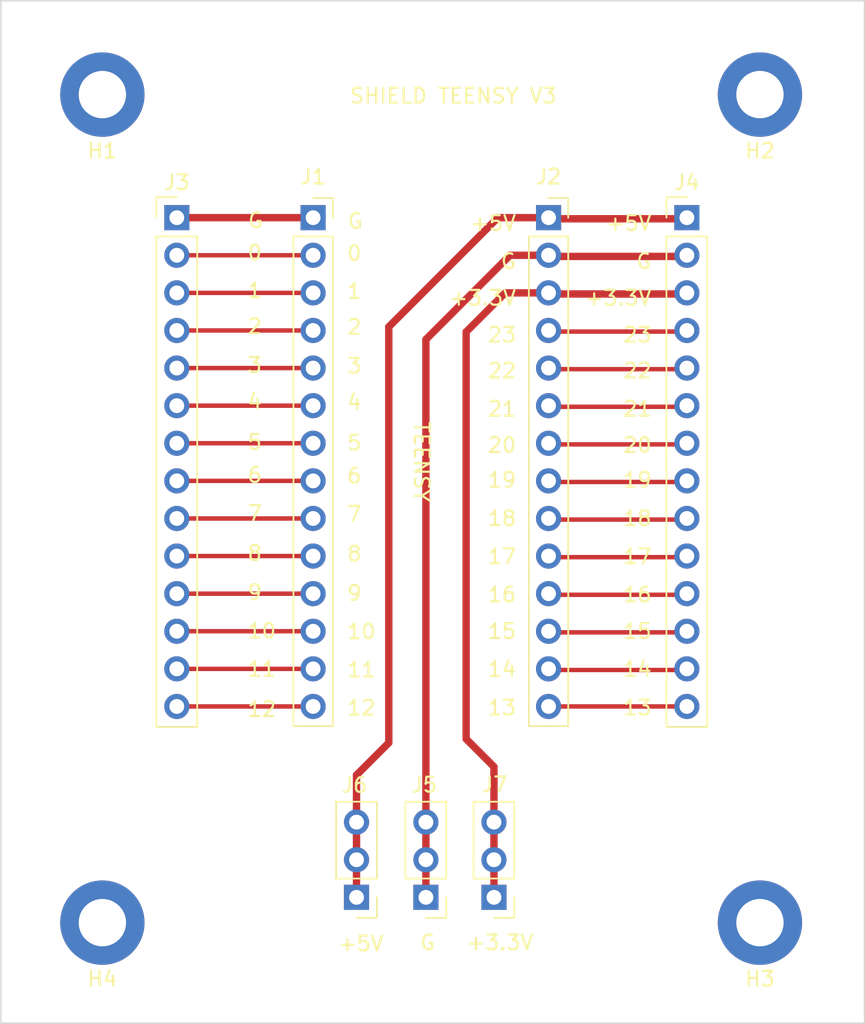
<source format=kicad_pcb>
(kicad_pcb (version 20241229) (generator "pcbnew") (generator_version "9.0")
  (layers (0 "F.Cu" signal) (2 "B.Cu" signal) (13 "F.Paste" user) (15 "B.Paste" user) (5 "F.SilkS" user "F.Silkscreen") (7 "B.SilkS" user "B.Silkscreen") (1 "F.Mask" user) (3 "B.Mask" user) (25 "Edge.Cuts" user))
  (net 0 "")
  (net 1 "GND")
  (net 2 "Net-(J1-Pin_9)")
  (net 3 "Net-(J1-Pin_12)")
  (net 4 "Net-(J1-Pin_6)")
  (net 5 "Net-(J1-Pin_11)")
  (net 6 "Net-(J1-Pin_8)")
  (net 7 "Net-(J1-Pin_10)")
  (net 8 "+3.3V")
  (net 9 "Net-(J1-Pin_13)")
  (net 10 "Net-(J1-Pin_5)")
  (net 11 "GND1")
  (net 12 "+5V")
  (net 13 "Net-(J1-Pin_2)")
  (net 14 "Net-(J1-Pin_7)")
  (net 15 "Net-(J1-Pin_14)")
  (net 16 "Net-(J1-Pin_4)")
  (net 17 "Net-(J1-Pin_3)")
  (net 18 "Net-(J2-Pin_8)")
  (net 19 "Net-(J2-Pin_13)")
  (net 20 "Net-(J2-Pin_14)")
  (net 21 "Net-(J2-Pin_12)")
  (net 22 "Net-(J2-Pin_9)")
  (net 23 "Net-(J2-Pin_10)")
  (net 24 "Net-(J2-Pin_4)")
  (net 25 "Net-(J2-Pin_11)")
  (net 26 "Net-(J2-Pin_6)")
  (net 27 "Net-(J2-Pin_5)")
  (net 28 "Net-(J2-Pin_7)")
  (footprint "MountingHole:MountingHole_3.2mm_M3_ISO7380_Pad" (layer "F.Cu") (at 150.21 124.65 180)
    (property "Reference" "H4" (at 0 -3.8 180) (layer "F.SilkS"))
    (property "Value" "MountingHole")
    (pad "1" thru_hole circle (at 0 0 180) (size 5.7 5.7) (drill 3.2) (layers "*.Cu" "*.Mask"))
  )
  (footprint "Connector_PinHeader_2.54mm:PinHeader_1x03_P2.54mm_Vertical" (layer "F.Cu") (at 172.08 122.94 180)
    (property "Reference" "J5" (at 0.11 7.6 180) (layer "F.SilkS"))
    (property "Value" "Conn_01x03_Male")
    (fp_line (start 1.38 1.27) (end 1.38 6.46) (stroke (width 0.12)) (layer "F.SilkS"))
    (fp_line (start -1.38 6.46) (end 1.38 6.46) (stroke (width 0.12)) (layer "F.SilkS"))
    (fp_line (start -1.38 1.27) (end 1.38 1.27) (stroke (width 0.12)) (layer "F.SilkS"))
    (fp_line (start -1.38 1.27) (end -1.38 6.46) (stroke (width 0.12)) (layer "F.SilkS"))
    (fp_line (start -1.38 0) (end -1.38 -1.38) (stroke (width 0.12)) (layer "F.SilkS"))
    (fp_line (start -1.38 -1.38) (end 0 -1.38) (stroke (width 0.12)) (layer "F.SilkS"))
    (pad "1" thru_hole rect (at 0 0 180) (size 1.7 1.7) (drill 1) (layers "*.Cu" "*.Mask") (net 11 "GND1"))
    (pad "2" thru_hole circle (at 0 2.54 180) (size 1.7 1.7) (drill 1) (layers "*.Cu" "*.Mask") (net 11 "GND1"))
    (pad "3" thru_hole circle (at 0 5.08 180) (size 1.7 1.7) (drill 1) (layers "*.Cu" "*.Mask") (net 11 "GND1"))
  )
  (footprint "MountingHole:MountingHole_3.2mm_M3_ISO7380_Pad" (layer "F.Cu") (at 194.66 124.65 180)
    (property "Reference" "H3" (at 0 -3.8 180) (layer "F.SilkS"))
    (property "Value" "MountingHole")
    (pad "1" thru_hole circle (at 0 0 180) (size 5.7 5.7) (drill 3.2) (layers "*.Cu" "*.Mask"))
  )
  (footprint "MountingHole:MountingHole_3.2mm_M3_ISO7380_Pad" (layer "F.Cu") (at 194.66 68.71 180)
    (property "Reference" "H2" (at 0 -3.8 180) (layer "F.SilkS"))
    (property "Value" "MountingHole")
    (pad "1" thru_hole circle (at 0 0 180) (size 5.7 5.7) (drill 3.2) (layers "*.Cu" "*.Mask"))
  )
  (footprint "Connector_PinSocket_2.54mm:PinSocket_1x14_P2.54mm_Vertical" (layer "F.Cu") (at 180.37 77.025)
    (property "Reference" "J2" (at 0 -2.77 0) (layer "F.SilkS"))
    (property "Value" "Conn_01x14_Female")
    (fp_line (start -1.33 1.27) (end -1.33 34.35) (stroke (width 0.12)) (layer "F.SilkS"))
    (fp_line (start -1.33 1.27) (end 1.33 1.27) (stroke (width 0.12)) (layer "F.SilkS"))
    (fp_line (start -1.33 34.35) (end 1.33 34.35) (stroke (width 0.12)) (layer "F.SilkS"))
    (fp_line (start 0 -1.33) (end 1.33 -1.33) (stroke (width 0.12)) (layer "F.SilkS"))
    (fp_line (start 1.33 -1.33) (end 1.33 0) (stroke (width 0.12)) (layer "F.SilkS"))
    (fp_line (start 1.33 1.27) (end 1.33 34.35) (stroke (width 0.12)) (layer "F.SilkS"))
    (pad "1" thru_hole rect (at 0 0) (size 1.7 1.7) (drill 1) (layers "*.Cu" "*.Mask") (net 12 "+5V"))
    (pad "2" thru_hole circle (at 0 2.54) (size 1.7 1.7) (drill 1) (layers "*.Cu" "*.Mask") (net 11 "GND1"))
    (pad "3" thru_hole circle (at 0 5.08) (size 1.7 1.7) (drill 1) (layers "*.Cu" "*.Mask") (net 8 "+3.3V"))
    (pad "4" thru_hole circle (at 0 7.62) (size 1.7 1.7) (drill 1) (layers "*.Cu" "*.Mask") (net 24 "Net-(J2-Pin_4)"))
    (pad "5" thru_hole circle (at 0 10.16) (size 1.7 1.7) (drill 1) (layers "*.Cu" "*.Mask") (net 27 "Net-(J2-Pin_5)"))
    (pad "6" thru_hole circle (at 0 12.7) (size 1.7 1.7) (drill 1) (layers "*.Cu" "*.Mask") (net 26 "Net-(J2-Pin_6)"))
    (pad "7" thru_hole circle (at 0 15.24) (size 1.7 1.7) (drill 1) (layers "*.Cu" "*.Mask") (net 28 "Net-(J2-Pin_7)"))
    (pad "8" thru_hole circle (at 0 17.78) (size 1.7 1.7) (drill 1) (layers "*.Cu" "*.Mask") (net 18 "Net-(J2-Pin_8)"))
    (pad "9" thru_hole circle (at 0 20.32) (size 1.7 1.7) (drill 1) (layers "*.Cu" "*.Mask") (net 22 "Net-(J2-Pin_9)"))
    (pad "10" thru_hole circle (at 0 22.86) (size 1.7 1.7) (drill 1) (layers "*.Cu" "*.Mask") (net 23 "Net-(J2-Pin_10)"))
    (pad "11" thru_hole circle (at 0 25.4) (size 1.7 1.7) (drill 1) (layers "*.Cu" "*.Mask") (net 25 "Net-(J2-Pin_11)"))
    (pad "12" thru_hole circle (at 0 27.94) (size 1.7 1.7) (drill 1) (layers "*.Cu" "*.Mask") (net 21 "Net-(J2-Pin_12)"))
    (pad "13" thru_hole circle (at 0 30.48) (size 1.7 1.7) (drill 1) (layers "*.Cu" "*.Mask") (net 19 "Net-(J2-Pin_13)"))
    (pad "14" thru_hole circle (at 0 33.02) (size 1.7 1.7) (drill 1) (layers "*.Cu" "*.Mask") (net 20 "Net-(J2-Pin_14)"))
  )
  (footprint "Connector_PinHeader_2.54mm:PinHeader_1x14_P2.54mm_Vertical" (layer "F.Cu") (at 155.241191 77.025)
    (property "Reference" "J3" (at 0 -2.38 0) (layer "F.SilkS"))
    (property "Value" "Conn_01x14_Male")
    (fp_line (start -1.38 -1.38) (end 0 -1.38) (stroke (width 0.12)) (layer "F.SilkS"))
    (fp_line (start -1.38 0) (end -1.38 -1.38) (stroke (width 0.12)) (layer "F.SilkS"))
    (fp_line (start -1.38 1.27) (end -1.38 34.4) (stroke (width 0.12)) (layer "F.SilkS"))
    (fp_line (start -1.38 1.27) (end 1.38 1.27) (stroke (width 0.12)) (layer "F.SilkS"))
    (fp_line (start -1.38 34.4) (end 1.38 34.4) (stroke (width 0.12)) (layer "F.SilkS"))
    (fp_line (start 1.38 1.27) (end 1.38 34.4) (stroke (width 0.12)) (layer "F.SilkS"))
    (pad "1" thru_hole rect (at 0 0) (size 1.7 1.7) (drill 1) (layers "*.Cu" "*.Mask") (net 1 "GND"))
    (pad "2" thru_hole circle (at 0 2.54) (size 1.7 1.7) (drill 1) (layers "*.Cu" "*.Mask") (net 13 "Net-(J1-Pin_2)"))
    (pad "3" thru_hole circle (at 0 5.08) (size 1.7 1.7) (drill 1) (layers "*.Cu" "*.Mask") (net 17 "Net-(J1-Pin_3)"))
    (pad "4" thru_hole circle (at 0 7.62) (size 1.7 1.7) (drill 1) (layers "*.Cu" "*.Mask") (net 16 "Net-(J1-Pin_4)"))
    (pad "5" thru_hole circle (at 0 10.16) (size 1.7 1.7) (drill 1) (layers "*.Cu" "*.Mask") (net 10 "Net-(J1-Pin_5)"))
    (pad "6" thru_hole circle (at 0 12.7) (size 1.7 1.7) (drill 1) (layers "*.Cu" "*.Mask") (net 4 "Net-(J1-Pin_6)"))
    (pad "7" thru_hole circle (at 0 15.24) (size 1.7 1.7) (drill 1) (layers "*.Cu" "*.Mask") (net 14 "Net-(J1-Pin_7)"))
    (pad "8" thru_hole circle (at 0 17.78) (size 1.7 1.7) (drill 1) (layers "*.Cu" "*.Mask") (net 6 "Net-(J1-Pin_8)"))
    (pad "9" thru_hole circle (at 0 20.32) (size 1.7 1.7) (drill 1) (layers "*.Cu" "*.Mask") (net 2 "Net-(J1-Pin_9)"))
    (pad "10" thru_hole circle (at 0 22.86) (size 1.7 1.7) (drill 1) (layers "*.Cu" "*.Mask") (net 7 "Net-(J1-Pin_10)"))
    (pad "11" thru_hole circle (at 0 25.4) (size 1.7 1.7) (drill 1) (layers "*.Cu" "*.Mask") (net 5 "Net-(J1-Pin_11)"))
    (pad "12" thru_hole circle (at 0 27.94) (size 1.7 1.7) (drill 1) (layers "*.Cu" "*.Mask") (net 3 "Net-(J1-Pin_12)"))
    (pad "13" thru_hole circle (at 0 30.48) (size 1.7 1.7) (drill 1) (layers "*.Cu" "*.Mask") (net 9 "Net-(J1-Pin_13)"))
    (pad "14" thru_hole circle (at 0 33.02) (size 1.7 1.7) (drill 1) (layers "*.Cu" "*.Mask") (net 15 "Net-(J1-Pin_14)"))
  )
  (footprint "MountingHole:MountingHole_3.2mm_M3_ISO7380_Pad" (layer "F.Cu") (at 150.21 68.71 180)
    (property "Reference" "H1" (at 0 -3.8 180) (layer "F.SilkS"))
    (property "Value" "MountingHole")
    (pad "1" thru_hole circle (at 0 0 180) (size 5.7 5.7) (drill 3.2) (layers "*.Cu" "*.Mask"))
  )
  (footprint "Connector_PinHeader_2.54mm:PinHeader_1x03_P2.54mm_Vertical" (layer "F.Cu") (at 167.39 122.94 180)
    (property "Reference" "J6" (at 0.13 7.58 180) (layer "F.SilkS"))
    (property "Value" "Conn_01x03_Male")
    (fp_line (start 1.38 1.27) (end 1.38 6.46) (stroke (width 0.12)) (layer "F.SilkS"))
    (fp_line (start -1.38 6.46) (end 1.38 6.46) (stroke (width 0.12)) (layer "F.SilkS"))
    (fp_line (start -1.38 1.27) (end 1.38 1.27) (stroke (width 0.12)) (layer "F.SilkS"))
    (fp_line (start -1.38 1.27) (end -1.38 6.46) (stroke (width 0.12)) (layer "F.SilkS"))
    (fp_line (start -1.38 0) (end -1.38 -1.38) (stroke (width 0.12)) (layer "F.SilkS"))
    (fp_line (start -1.38 -1.38) (end 0 -1.38) (stroke (width 0.12)) (layer "F.SilkS"))
    (pad "1" thru_hole rect (at 0 0 180) (size 1.7 1.7) (drill 1) (layers "*.Cu" "*.Mask") (net 12 "+5V"))
    (pad "2" thru_hole circle (at 0 2.54 180) (size 1.7 1.7) (drill 1) (layers "*.Cu" "*.Mask") (net 12 "+5V"))
    (pad "3" thru_hole circle (at 0 5.08 180) (size 1.7 1.7) (drill 1) (layers "*.Cu" "*.Mask") (net 12 "+5V"))
  )
  (footprint "Connector_PinHeader_2.54mm:PinHeader_1x03_P2.54mm_Vertical" (layer "F.Cu") (at 176.68 122.94 180)
    (property "Reference" "J7" (at -0.05 7.62 180) (layer "F.SilkS"))
    (property "Value" "Conn_01x03_Male")
    (fp_line (start 1.38 1.27) (end 1.38 6.46) (stroke (width 0.12)) (layer "F.SilkS"))
    (fp_line (start -1.38 6.46) (end 1.38 6.46) (stroke (width 0.12)) (layer "F.SilkS"))
    (fp_line (start -1.38 1.27) (end 1.38 1.27) (stroke (width 0.12)) (layer "F.SilkS"))
    (fp_line (start -1.38 1.27) (end -1.38 6.46) (stroke (width 0.12)) (layer "F.SilkS"))
    (fp_line (start -1.38 0) (end -1.38 -1.38) (stroke (width 0.12)) (layer "F.SilkS"))
    (fp_line (start -1.38 -1.38) (end 0 -1.38) (stroke (width 0.12)) (layer "F.SilkS"))
    (pad "1" thru_hole rect (at 0 0 180) (size 1.7 1.7) (drill 1) (layers "*.Cu" "*.Mask") (net 8 "+3.3V"))
    (pad "2" thru_hole circle (at 0 2.54 180) (size 1.7 1.7) (drill 1) (layers "*.Cu" "*.Mask") (net 8 "+3.3V"))
    (pad "3" thru_hole circle (at 0 5.08 180) (size 1.7 1.7) (drill 1) (layers "*.Cu" "*.Mask") (net 8 "+3.3V"))
  )
  (footprint "Connector_PinSocket_2.54mm:PinSocket_1x14_P2.54mm_Vertical" (layer "F.Cu") (at 164.456191 77.025)
    (property "Reference" "J1" (at 0 -2.77 0) (layer "F.SilkS"))
    (property "Value" "Conn_01x14_Female")
    (fp_line (start -1.33 1.27) (end -1.33 34.35) (stroke (width 0.12)) (layer "F.SilkS"))
    (fp_line (start -1.33 1.27) (end 1.33 1.27) (stroke (width 0.12)) (layer "F.SilkS"))
    (fp_line (start -1.33 34.35) (end 1.33 34.35) (stroke (width 0.12)) (layer "F.SilkS"))
    (fp_line (start 0 -1.33) (end 1.33 -1.33) (stroke (width 0.12)) (layer "F.SilkS"))
    (fp_line (start 1.33 -1.33) (end 1.33 0) (stroke (width 0.12)) (layer "F.SilkS"))
    (fp_line (start 1.33 1.27) (end 1.33 34.35) (stroke (width 0.12)) (layer "F.SilkS"))
    (pad "1" thru_hole rect (at 0 0) (size 1.7 1.7) (drill 1) (layers "*.Cu" "*.Mask") (net 1 "GND"))
    (pad "2" thru_hole circle (at 0 2.54) (size 1.7 1.7) (drill 1) (layers "*.Cu" "*.Mask") (net 13 "Net-(J1-Pin_2)"))
    (pad "3" thru_hole circle (at 0 5.08) (size 1.7 1.7) (drill 1) (layers "*.Cu" "*.Mask") (net 17 "Net-(J1-Pin_3)"))
    (pad "4" thru_hole circle (at 0 7.62) (size 1.7 1.7) (drill 1) (layers "*.Cu" "*.Mask") (net 16 "Net-(J1-Pin_4)"))
    (pad "5" thru_hole circle (at 0 10.16) (size 1.7 1.7) (drill 1) (layers "*.Cu" "*.Mask") (net 10 "Net-(J1-Pin_5)"))
    (pad "6" thru_hole circle (at 0 12.7) (size 1.7 1.7) (drill 1) (layers "*.Cu" "*.Mask") (net 4 "Net-(J1-Pin_6)"))
    (pad "7" thru_hole circle (at 0 15.24) (size 1.7 1.7) (drill 1) (layers "*.Cu" "*.Mask") (net 14 "Net-(J1-Pin_7)"))
    (pad "8" thru_hole circle (at 0 17.78) (size 1.7 1.7) (drill 1) (layers "*.Cu" "*.Mask") (net 6 "Net-(J1-Pin_8)"))
    (pad "9" thru_hole circle (at 0 20.32) (size 1.7 1.7) (drill 1) (layers "*.Cu" "*.Mask") (net 2 "Net-(J1-Pin_9)"))
    (pad "10" thru_hole circle (at 0 22.86) (size 1.7 1.7) (drill 1) (layers "*.Cu" "*.Mask") (net 7 "Net-(J1-Pin_10)"))
    (pad "11" thru_hole circle (at 0 25.4) (size 1.7 1.7) (drill 1) (layers "*.Cu" "*.Mask") (net 5 "Net-(J1-Pin_11)"))
    (pad "12" thru_hole circle (at 0 27.94) (size 1.7 1.7) (drill 1) (layers "*.Cu" "*.Mask") (net 3 "Net-(J1-Pin_12)"))
    (pad "13" thru_hole circle (at 0 30.48) (size 1.7 1.7) (drill 1) (layers "*.Cu" "*.Mask") (net 9 "Net-(J1-Pin_13)"))
    (pad "14" thru_hole circle (at 0 33.02) (size 1.7 1.7) (drill 1) (layers "*.Cu" "*.Mask") (net 15 "Net-(J1-Pin_14)"))
  )
  (footprint "Connector_PinHeader_2.54mm:PinHeader_1x14_P2.54mm_Vertical" (layer "F.Cu") (at 189.720715 77.025)
    (property "Reference" "J4" (at 0 -2.38 0) (layer "F.SilkS"))
    (property "Value" "Conn_01x14_Male")
    (fp_line (start -1.38 -1.38) (end 0 -1.38) (stroke (width 0.12)) (layer "F.SilkS"))
    (fp_line (start -1.38 0) (end -1.38 -1.38) (stroke (width 0.12)) (layer "F.SilkS"))
    (fp_line (start -1.38 1.27) (end -1.38 34.4) (stroke (width 0.12)) (layer "F.SilkS"))
    (fp_line (start -1.38 1.27) (end 1.38 1.27) (stroke (width 0.12)) (layer "F.SilkS"))
    (fp_line (start -1.38 34.4) (end 1.38 34.4) (stroke (width 0.12)) (layer "F.SilkS"))
    (fp_line (start 1.38 1.27) (end 1.38 34.4) (stroke (width 0.12)) (layer "F.SilkS"))
    (pad "1" thru_hole rect (at 0 0) (size 1.7 1.7) (drill 1) (layers "*.Cu" "*.Mask") (net 12 "+5V"))
    (pad "2" thru_hole circle (at 0 2.54) (size 1.7 1.7) (drill 1) (layers "*.Cu" "*.Mask") (net 11 "GND1"))
    (pad "3" thru_hole circle (at 0 5.08) (size 1.7 1.7) (drill 1) (layers "*.Cu" "*.Mask") (net 8 "+3.3V"))
    (pad "4" thru_hole circle (at 0 7.62) (size 1.7 1.7) (drill 1) (layers "*.Cu" "*.Mask") (net 24 "Net-(J2-Pin_4)"))
    (pad "5" thru_hole circle (at 0 10.16) (size 1.7 1.7) (drill 1) (layers "*.Cu" "*.Mask") (net 27 "Net-(J2-Pin_5)"))
    (pad "6" thru_hole circle (at 0 12.7) (size 1.7 1.7) (drill 1) (layers "*.Cu" "*.Mask") (net 26 "Net-(J2-Pin_6)"))
    (pad "7" thru_hole circle (at 0 15.24) (size 1.7 1.7) (drill 1) (layers "*.Cu" "*.Mask") (net 28 "Net-(J2-Pin_7)"))
    (pad "8" thru_hole circle (at 0 17.78) (size 1.7 1.7) (drill 1) (layers "*.Cu" "*.Mask") (net 18 "Net-(J2-Pin_8)"))
    (pad "9" thru_hole circle (at 0 20.32) (size 1.7 1.7) (drill 1) (layers "*.Cu" "*.Mask") (net 22 "Net-(J2-Pin_9)"))
    (pad "10" thru_hole circle (at 0 22.86) (size 1.7 1.7) (drill 1) (layers "*.Cu" "*.Mask") (net 23 "Net-(J2-Pin_10)"))
    (pad "11" thru_hole circle (at 0 25.4) (size 1.7 1.7) (drill 1) (layers "*.Cu" "*.Mask") (net 25 "Net-(J2-Pin_11)"))
    (pad "12" thru_hole circle (at 0 27.94) (size 1.7 1.7) (drill 1) (layers "*.Cu" "*.Mask") (net 21 "Net-(J2-Pin_12)"))
    (pad "13" thru_hole circle (at 0 30.48) (size 1.7 1.7) (drill 1) (layers "*.Cu" "*.Mask") (net 19 "Net-(J2-Pin_13)"))
    (pad "14" thru_hole circle (at 0 33.02) (size 1.7 1.7) (drill 1) (layers "*.Cu" "*.Mask") (net 20 "Net-(J2-Pin_14)"))
  )
  (gr_rect (start 143.34 62.37) (end 201.73 131.45) (stroke (width 0.1)) (fill no) (layer "Edge.Cuts"))
  (gr_text "14" (at 177.220714 107.515714 0) (layer "F.SilkS") (effects (font (size 1 1))))
  (gr_text "21" (at 186.376429 89.94 0) (layer "F.SilkS") (effects (font (size 1 1))))
  (gr_text "22" (at 186.376429 87.365 0) (layer "F.SilkS") (effects (font (size 1 1))))
  (gr_text "+3.3V" (at 185.075715 82.45 0) (layer "F.SilkS") (effects (font (size 1 1))))
  (gr_text "0" (at 160.51 79.39 0) (layer "F.SilkS") (effects (font (size 1 1))))
  (gr_text "15" (at 186.376429 104.965 0) (layer "F.SilkS") (effects (font (size 1 1))))
  (gr_text "G" (at 177.658095 79.975714 0) (layer "F.SilkS") (effects (font (size 1 1))))
  (gr_text "10" (at 167.72 104.985 0) (layer "F.SilkS") (effects (font (size 1 1))))
  (gr_text "SHIELD TEENSY V3\n" (at 173.93 68.79 0) (layer "F.SilkS") (effects (font (size 1 1))))
  (gr_text "6" (at 167.243809 94.46 0) (layer "F.SilkS") (effects (font (size 1 1))))
  (gr_text "+5V" (at 185.79 77.4 0) (layer "F.SilkS") (effects (font (size 1 1))))
  (gr_text "3" (at 167.243809 87.035 0) (layer "F.SilkS") (effects (font (size 1 1))))
  (gr_text "14" (at 186.376429 107.515 0) (layer "F.SilkS") (effects (font (size 1 1))))
  (gr_text "+3.3V" (at 177.09 125.99 0) (layer "F.SilkS") (effects (font (size 1 1))))
  (gr_text "1" (at 167.243809 81.985 0) (layer "F.SilkS") (effects (font (size 1 1))))
  (gr_text "13" (at 177.220714 110.13 0) (layer "F.SilkS") (effects (font (size 1 1))))
  (gr_text "8" (at 167.243809 99.735 0) (layer "F.SilkS") (effects (font (size 1 1))))
  (gr_text "11" (at 167.72 107.56 0) (layer "F.SilkS") (effects (font (size 1 1))))
  (gr_text "7" (at 160.51 96.99 0) (layer "F.SilkS") (effects (font (size 1 1))))
  (gr_text "4" (at 160.51 89.44 0) (layer "F.SilkS") (effects (font (size 1 1))))
  (gr_text "G" (at 160.571191 77.22 0) (layer "F.SilkS") (effects (font (size 1 1))))
  (gr_text "2" (at 160.51 84.365 0) (layer "F.SilkS") (effects (font (size 1 1))))
  (gr_text "22" (at 177.220714 87.365714 0) (layer "F.SilkS") (effects (font (size 1 1))))
  (gr_text "4" (at 167.243809 89.485 0) (layer "F.SilkS") (effects (font (size 1 1))))
  (gr_text "+5V" (at 176.634285 77.400714 0) (layer "F.SilkS") (effects (font (size 1 1))))
  (gr_text "16" (at 177.220714 102.490714 0) (layer "F.SilkS") (effects (font (size 1 1))))
  (gr_text "G" (at 167.305 77.265 0) (layer "F.SilkS") (effects (font (size 1 1))))
  (gr_text "15" (at 177.220714 104.965714 0) (layer "F.SilkS") (effects (font (size 1 1))))
  (gr_text "17" (at 177.220714 99.915714 0) (layer "F.SilkS") (effects (font (size 1 1))))
  (gr_text "G" (at 186.81381 79.975 0) (layer "F.SilkS") (effects (font (size 1 1))))
  (gr_text "10" (at 160.986191 104.94 0) (layer "F.SilkS") (effects (font (size 1 1))))
  (gr_text "12" (at 160.986191 110.23 0) (layer "F.SilkS") (effects (font (size 1 1))))
  (gr_text "20" (at 177.220714 92.390714 0) (layer "F.SilkS") (effects (font (size 1 1))))
  (gr_text "19" (at 186.376429 94.74 0) (layer "F.SilkS") (effects (font (size 1 1))))
  (gr_text "0" (at 167.243809 79.435 0) (layer "F.SilkS") (effects (font (size 1 1))))
  (gr_text "2" (at 167.243809 84.41 0) (layer "F.SilkS") (effects (font (size 1 1))))
  (gr_text "G" (at 172.2 125.99 0) (layer "F.SilkS") (effects (font (size 1 1))))
  (gr_text "3" (at 160.51 86.99 0) (layer "F.SilkS") (effects (font (size 1 1))))
  (gr_text "16" (at 186.376429 102.49 0) (layer "F.SilkS") (effects (font (size 1 1))))
  (gr_text "21" (at 177.220714 89.940714 0) (layer "F.SilkS") (effects (font (size 1 1))))
  (gr_text "1" (at 160.51 81.94 0) (layer "F.SilkS") (effects (font (size 1 1))))
  (gr_text "13" (at 186.376429 110.13 0) (layer "F.SilkS") (effects (font (size 1 1))))
  (gr_text "18" (at 186.376429 97.34 0) (layer "F.SilkS") (effects (font (size 1 1))))
  (gr_text "9" (at 167.243809 102.385 0) (layer "F.SilkS") (effects (font (size 1 1))))
  (gr_text "5" (at 160.51 92.19 0) (layer "F.SilkS") (effects (font (size 1 1))))
  (gr_text "7" (at 167.243809 97.035 0) (layer "F.SilkS") (effects (font (size 1 1))))
  (gr_text "+3.3V" (at 175.92 82.450714 0) (layer "F.SilkS") (effects (font (size 1 1))))
  (gr_text "8" (at 160.51 99.69 0) (layer "F.SilkS") (effects (font (size 1 1))))
  (gr_text "20" (at 186.376429 92.39 0) (layer "F.SilkS") (effects (font (size 1 1))))
  (gr_text "17" (at 186.376429 99.915 0) (layer "F.SilkS") (effects (font (size 1 1))))
  (gr_text "23" (at 177.220714 84.940714 0) (layer "F.SilkS") (effects (font (size 1 1))))
  (gr_text "11" (at 160.986191 107.515 0) (layer "F.SilkS") (effects (font (size 1 1))))
  (gr_text "TEENSY" (at 171.790714 93.520714 -90) (layer "F.SilkS") (effects (font (size 1 1))))
  (gr_text "9" (at 160.51 102.34 0) (layer "F.SilkS") (effects (font (size 1 1))))
  (gr_text "+5V" (at 167.68 126.07 0) (layer "F.SilkS") (effects (font (size 1 1))))
  (gr_text "19" (at 177.220714 94.740714 0) (layer "F.SilkS") (effects (font (size 1 1))))
  (gr_text "6" (at 160.51 94.415 0) (layer "F.SilkS") (effects (font (size 1 1))))
  (gr_text "23" (at 186.376429 84.94 0) (layer "F.SilkS") (effects (font (size 1 1))))
  (gr_text "12" (at 167.72 110.14 0) (layer "F.SilkS") (effects (font (size 1 1))))
  (gr_text "18" (at 177.220714 97.340714 0) (layer "F.SilkS") (effects (font (size 1 1))))
  (gr_text "5" (at 167.243809 92.235 0) (layer "F.SilkS") (effects (font (size 1 1))))
  (segment (start 155.241191 77.025) (end 164.456191 77.025) (width 0.5) (layer "F.Cu") (net 1))
  (segment (start 155.241191 97.345) (end 164.456191 97.345) (width 0.3) (layer "F.Cu") (net 2))
  (segment (start 155.241191 104.965) (end 164.456191 104.965) (width 0.3) (layer "F.Cu") (net 3))
  (segment (start 155.241191 89.725) (end 164.456191 89.725) (width 0.3) (layer "F.Cu") (net 4))
  (segment (start 155.241191 102.425) (end 164.456191 102.425) (width 0.3) (layer "F.Cu") (net 5))
  (segment (start 155.241191 94.805) (end 164.456191 94.805) (width 0.3) (layer "F.Cu") (net 6))
  (segment (start 155.241191 99.885) (end 164.456191 99.885) (width 0.3) (layer "F.Cu") (net 7))
  (segment (start 174.8 84.74) (end 174.8 112.24) (width 0.5) (layer "F.Cu") (net 8))
  (segment (start 176.68 117.86) (end 176.68 120.4) (width 0.5) (layer "F.Cu") (net 8))
  (segment (start 176.68 114.12) (end 176.68 117.86) (width 0.5) (layer "F.Cu") (net 8))
  (segment (start 174.8 112.24) (end 176.68 114.12) (width 0.5) (layer "F.Cu") (net 8))
  (segment (start 180.37 82.105) (end 177.435 82.105) (width 0.5) (layer "F.Cu") (net 8))
  (segment (start 180.37 82.180714) (end 189.720715 82.180714) (width 0.5) (layer "F.Cu") (net 8))
  (segment (start 177.435 82.105) (end 174.8 84.74) (width 0.5) (layer "F.Cu") (net 8))
  (segment (start 176.68 120.4) (end 176.68 122.94) (width 0.5) (layer "F.Cu") (net 8))
  (segment (start 155.241191 107.505) (end 164.456191 107.505) (width 0.3) (layer "F.Cu") (net 9))
  (segment (start 155.241191 87.185) (end 164.456191 87.185) (width 0.3) (layer "F.Cu") (net 10))
  (segment (start 172.08 120.4) (end 172.08 122.94) (width 0.5) (layer "F.Cu") (net 11))
  (segment (start 172.08 117.86) (end 172.08 120.4) (width 0.5) (layer "F.Cu") (net 11))
  (segment (start 180.37 79.565) (end 177.765 79.565) (width 0.5) (layer "F.Cu") (net 11))
  (segment (start 172.08 85.25) (end 172.08 117.86) (width 0.5) (layer "F.Cu") (net 11))
  (segment (start 180.37 79.640714) (end 189.720715 79.640714) (width 0.5) (layer "F.Cu") (net 11))
  (segment (start 177.765 79.565) (end 172.08 85.25) (width 0.5) (layer "F.Cu") (net 11))
  (segment (start 169.57 84.4) (end 169.57 112.5) (width 0.5) (layer "F.Cu") (net 12))
  (segment (start 169.57 112.5) (end 167.39 114.68) (width 0.5) (layer "F.Cu") (net 12))
  (segment (start 167.39 117.86) (end 167.39 120.4) (width 0.5) (layer "F.Cu") (net 12))
  (segment (start 176.945 77.025) (end 169.57 84.4) (width 0.5) (layer "F.Cu") (net 12))
  (segment (start 167.39 120.4) (end 167.39 122.94) (width 0.5) (layer "F.Cu") (net 12))
  (segment (start 180.37 77.025) (end 176.945 77.025) (width 0.5) (layer "F.Cu") (net 12))
  (segment (start 180.37 77.100714) (end 189.720715 77.100714) (width 0.5) (layer "F.Cu") (net 12))
  (segment (start 167.39 114.68) (end 167.39 117.86) (width 0.5) (layer "F.Cu") (net 12))
  (segment (start 155.241191 79.565) (end 164.456191 79.565) (width 0.3) (layer "F.Cu") (net 13))
  (segment (start 155.241191 92.265) (end 164.456191 92.265) (width 0.3) (layer "F.Cu") (net 14))
  (segment (start 164.456191 110.045) (end 155.241191 110.045) (width 0.3) (layer "F.Cu") (net 15))
  (segment (start 155.241191 84.645) (end 164.456191 84.645) (width 0.3) (layer "F.Cu") (net 16))
  (segment (start 155.241191 82.105) (end 164.456191 82.105) (width 0.3) (layer "F.Cu") (net 17))
  (segment (start 180.37 94.880714) (end 189.720715 94.880714) (width 0.3) (layer "F.Cu") (net 18))
  (segment (start 180.37 107.580714) (end 189.720715 107.580714) (width 0.3) (layer "F.Cu") (net 19))
  (segment (start 189.720715 110.045) (end 180.37 110.045) (width 0.3) (layer "F.Cu") (net 20))
  (segment (start 180.37 105.040714) (end 189.720715 105.040714) (width 0.3) (layer "F.Cu") (net 21))
  (segment (start 189.720715 97.420714) (end 180.37 97.420714) (width 0.3) (layer "F.Cu") (net 22))
  (segment (start 180.37 99.960714) (end 189.720715 99.960714) (width 0.3) (layer "F.Cu") (net 23))
  (segment (start 180.37 84.720714) (end 189.720715 84.720714) (width 0.3) (layer "F.Cu") (net 24))
  (segment (start 189.720715 102.500714) (end 180.37 102.500714) (width 0.3) (layer "F.Cu") (net 25))
  (segment (start 189.720715 89.800714) (end 180.37 89.800714) (width 0.3) (layer "F.Cu") (net 26))
  (segment (start 180.37 87.260714) (end 189.720715 87.260714) (width 0.3) (layer "F.Cu") (net 27))
  (segment (start 180.37 92.340714) (end 189.720715 92.340714) (width 0.3) (layer "F.Cu") (net 28))
)
</source>
